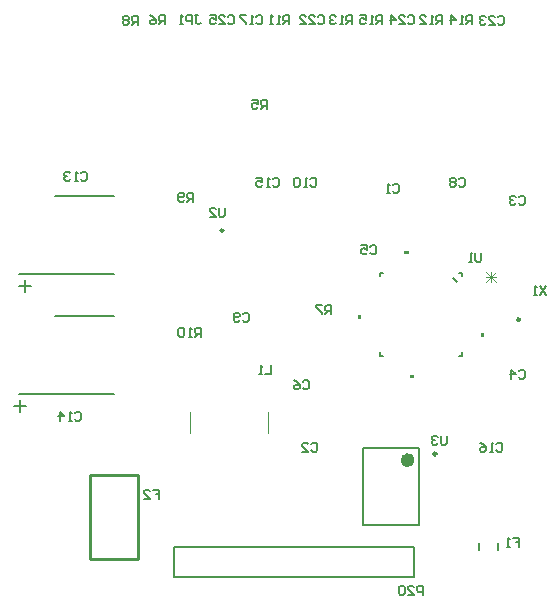
<source format=gbo>
G04*
G04 #@! TF.GenerationSoftware,Altium Limited,Altium Designer,19.1.8 (144)*
G04*
G04 Layer_Color=32896*
%FSLAX25Y25*%
%MOIN*%
G70*
G01*
G75*
%ADD10C,0.00787*%
%ADD11C,0.01000*%
%ADD12C,0.00500*%
%ADD13C,0.00984*%
%ADD14C,0.00600*%
%ADD84C,0.02362*%
%ADD85C,0.00394*%
%ADD86C,0.00300*%
G36*
X117400Y-102734D02*
X116400D01*
Y-104234D01*
X117400D01*
Y-102734D01*
D02*
G37*
G36*
X131829Y-82400D02*
X133329D01*
Y-81400D01*
X131829D01*
Y-82400D01*
D02*
G37*
G36*
X133797Y-122600D02*
X135297D01*
Y-123600D01*
X133797D01*
Y-122600D01*
D02*
G37*
G36*
X157600Y-108640D02*
X158600D01*
Y-110140D01*
X157600D01*
Y-108640D01*
D02*
G37*
D10*
X118051Y-172795D02*
X136949D01*
X118051Y-147205D02*
X136949D01*
X118051Y-172795D02*
Y-147205D01*
X136949Y-172795D02*
Y-147205D01*
X3496Y-128992D02*
X34992D01*
X15504Y-103008D02*
X34992D01*
X3496Y-88992D02*
X34992D01*
X15504Y-63008D02*
X34992D01*
X163150Y-181181D02*
Y-178819D01*
X156850Y-181181D02*
Y-178819D01*
X55000Y-190000D02*
Y-180000D01*
Y-190000D02*
X135000D01*
Y-180000D01*
X55000D02*
X135000D01*
D11*
X27000Y-184000D02*
X36000D01*
X27000D02*
Y-156000D01*
X43000D01*
Y-184000D02*
Y-156000D01*
X36000Y-184000D02*
X43000D01*
D12*
X168001Y-177001D02*
X170000D01*
Y-178500D01*
X169000D01*
X170000D01*
Y-180000D01*
X167001D02*
X166001D01*
X166501D01*
Y-177001D01*
X167001Y-177501D01*
X48001Y-161001D02*
X50000D01*
Y-162501D01*
X49000D01*
X50000D01*
Y-164000D01*
X45002D02*
X47001D01*
X45002Y-162001D01*
Y-161501D01*
X45501Y-161001D01*
X46501D01*
X47001Y-161501D01*
X138000Y-196000D02*
Y-193001D01*
X136501D01*
X136001Y-193501D01*
Y-194501D01*
X136501Y-195000D01*
X138000D01*
X133002Y-196000D02*
X135001D01*
X133002Y-194001D01*
Y-193501D01*
X133501Y-193001D01*
X134501D01*
X135001Y-193501D01*
X132002D02*
X131502Y-193001D01*
X130502D01*
X130003Y-193501D01*
Y-195500D01*
X130502Y-196000D01*
X131502D01*
X132002Y-195500D01*
Y-193501D01*
X87600Y-119501D02*
Y-122500D01*
X85601D01*
X84601D02*
X83601D01*
X84101D01*
Y-119501D01*
X84601Y-120001D01*
X124600Y-5800D02*
Y-2801D01*
X123100D01*
X122601Y-3301D01*
Y-4301D01*
X123100Y-4800D01*
X124600D01*
X123600D02*
X122601Y-5800D01*
X121601D02*
X120601D01*
X121101D01*
Y-2801D01*
X121601Y-3301D01*
X117102Y-2801D02*
X119102D01*
Y-4301D01*
X118102Y-3801D01*
X117602D01*
X117102Y-4301D01*
Y-5300D01*
X117602Y-5800D01*
X118602D01*
X119102Y-5300D01*
X157500Y-82001D02*
Y-84500D01*
X157000Y-85000D01*
X156000D01*
X155501Y-84500D01*
Y-82001D01*
X154501Y-85000D02*
X153501D01*
X154001D01*
Y-82001D01*
X154501Y-82501D01*
X146000Y-143001D02*
Y-145500D01*
X145500Y-146000D01*
X144501D01*
X144001Y-145500D01*
Y-143001D01*
X143001Y-143501D02*
X142501Y-143001D01*
X141501D01*
X141002Y-143501D01*
Y-144001D01*
X141501Y-144501D01*
X142001D01*
X141501D01*
X141002Y-145000D01*
Y-145500D01*
X141501Y-146000D01*
X142501D01*
X143001Y-145500D01*
X179000Y-93001D02*
X177001Y-96000D01*
Y-93001D02*
X179000Y-96000D01*
X176001D02*
X175001D01*
X175501D01*
Y-93001D01*
X176001Y-93501D01*
X22001Y-135501D02*
X22501Y-135001D01*
X23500D01*
X24000Y-135501D01*
Y-137500D01*
X23500Y-138000D01*
X22501D01*
X22001Y-137500D01*
X21001Y-138000D02*
X20001D01*
X20501D01*
Y-135001D01*
X21001Y-135501D01*
X17002Y-138000D02*
Y-135001D01*
X18502Y-136501D01*
X16502D01*
X73101Y-3326D02*
X73601Y-2826D01*
X74600D01*
X75100Y-3326D01*
Y-5325D01*
X74600Y-5825D01*
X73601D01*
X73101Y-5325D01*
X70102Y-5825D02*
X72101D01*
X70102Y-3826D01*
Y-3326D01*
X70601Y-2826D01*
X71601D01*
X72101Y-3326D01*
X67103Y-2826D02*
X69102D01*
Y-4326D01*
X68102Y-3826D01*
X67602D01*
X67103Y-4326D01*
Y-5325D01*
X67602Y-5825D01*
X68602D01*
X69102Y-5325D01*
X72000Y-67001D02*
Y-69500D01*
X71500Y-70000D01*
X70500D01*
X70001Y-69500D01*
Y-67001D01*
X67002Y-70000D02*
X69001D01*
X67002Y-68001D01*
Y-67501D01*
X67501Y-67001D01*
X68501D01*
X69001Y-67501D01*
X24001Y-55501D02*
X24500Y-55001D01*
X25500D01*
X26000Y-55501D01*
Y-57500D01*
X25500Y-58000D01*
X24500D01*
X24001Y-57500D01*
X23001Y-58000D02*
X22001D01*
X22501D01*
Y-55001D01*
X23001Y-55501D01*
X20502D02*
X20002Y-55001D01*
X19002D01*
X18502Y-55501D01*
Y-56001D01*
X19002Y-56501D01*
X19502D01*
X19002D01*
X18502Y-57000D01*
Y-57500D01*
X19002Y-58000D01*
X20002D01*
X20502Y-57500D01*
X154600Y-5825D02*
Y-2826D01*
X153101D01*
X152601Y-3326D01*
Y-4326D01*
X153101Y-4825D01*
X154600D01*
X153600D02*
X152601Y-5825D01*
X151601D02*
X150601D01*
X151101D01*
Y-2826D01*
X151601Y-3326D01*
X147602Y-5825D02*
Y-2826D01*
X149102Y-4326D01*
X147102D01*
X114600Y-5825D02*
Y-2826D01*
X113101D01*
X112601Y-3326D01*
Y-4326D01*
X113101Y-4825D01*
X114600D01*
X113600D02*
X112601Y-5825D01*
X111601D02*
X110601D01*
X111101D01*
Y-2826D01*
X111601Y-3326D01*
X109102D02*
X108602Y-2826D01*
X107602D01*
X107102Y-3326D01*
Y-3826D01*
X107602Y-4326D01*
X108102D01*
X107602D01*
X107102Y-4825D01*
Y-5325D01*
X107602Y-5825D01*
X108602D01*
X109102Y-5325D01*
X144600Y-5825D02*
Y-2826D01*
X143101D01*
X142601Y-3326D01*
Y-4326D01*
X143101Y-4825D01*
X144600D01*
X143600D02*
X142601Y-5825D01*
X141601D02*
X140601D01*
X141101D01*
Y-2826D01*
X141601Y-3326D01*
X137102Y-5825D02*
X139102D01*
X137102Y-3826D01*
Y-3326D01*
X137602Y-2826D01*
X138602D01*
X139102Y-3326D01*
X93600Y-5825D02*
Y-2826D01*
X92101D01*
X91601Y-3326D01*
Y-4326D01*
X92101Y-4825D01*
X93600D01*
X92600D02*
X91601Y-5825D01*
X90601D02*
X89601D01*
X90101D01*
Y-2826D01*
X90601Y-3326D01*
X88102Y-5825D02*
X87102D01*
X87602D01*
Y-2826D01*
X88102Y-3326D01*
X64000Y-110000D02*
Y-107001D01*
X62501D01*
X62001Y-107501D01*
Y-108501D01*
X62501Y-109000D01*
X64000D01*
X63000D02*
X62001Y-110000D01*
X61001D02*
X60001D01*
X60501D01*
Y-107001D01*
X61001Y-107501D01*
X58502D02*
X58002Y-107001D01*
X57002D01*
X56502Y-107501D01*
Y-109500D01*
X57002Y-110000D01*
X58002D01*
X58502Y-109500D01*
Y-107501D01*
X61500Y-65000D02*
Y-62001D01*
X60000D01*
X59501Y-62501D01*
Y-63500D01*
X60000Y-64000D01*
X61500D01*
X60500D02*
X59501Y-65000D01*
X58501Y-64500D02*
X58001Y-65000D01*
X57001D01*
X56502Y-64500D01*
Y-62501D01*
X57001Y-62001D01*
X58001D01*
X58501Y-62501D01*
Y-63001D01*
X58001Y-63500D01*
X56502D01*
X43000Y-6000D02*
Y-3001D01*
X41500D01*
X41001Y-3501D01*
Y-4501D01*
X41500Y-5000D01*
X43000D01*
X42000D02*
X41001Y-6000D01*
X40001Y-3501D02*
X39501Y-3001D01*
X38501D01*
X38002Y-3501D01*
Y-4001D01*
X38501Y-4501D01*
X38002Y-5000D01*
Y-5500D01*
X38501Y-6000D01*
X39501D01*
X40001Y-5500D01*
Y-5000D01*
X39501Y-4501D01*
X40001Y-4001D01*
Y-3501D01*
X39501Y-4501D02*
X38501D01*
X107500Y-102500D02*
Y-99501D01*
X106000D01*
X105501Y-100001D01*
Y-101000D01*
X106000Y-101500D01*
X107500D01*
X106500D02*
X105501Y-102500D01*
X104501Y-99501D02*
X102502D01*
Y-100001D01*
X104501Y-102000D01*
Y-102500D01*
X52100Y-5825D02*
Y-2826D01*
X50600D01*
X50101Y-3326D01*
Y-4326D01*
X50600Y-4825D01*
X52100D01*
X51100D02*
X50101Y-5825D01*
X47102Y-2826D02*
X48101Y-3326D01*
X49101Y-4326D01*
Y-5325D01*
X48601Y-5825D01*
X47601D01*
X47102Y-5325D01*
Y-4825D01*
X47601Y-4326D01*
X49101D01*
X86000Y-34000D02*
Y-31001D01*
X84500D01*
X84001Y-31501D01*
Y-32500D01*
X84500Y-33000D01*
X86000D01*
X85000D02*
X84001Y-34000D01*
X81002Y-31001D02*
X83001D01*
Y-32500D01*
X82001Y-32001D01*
X81501D01*
X81002Y-32500D01*
Y-33500D01*
X81501Y-34000D01*
X82501D01*
X83001Y-33500D01*
X62101Y-2826D02*
X63100D01*
X62600D01*
Y-5325D01*
X63100Y-5825D01*
X63600D01*
X64100Y-5325D01*
X61101Y-5825D02*
Y-2826D01*
X59601D01*
X59102Y-3326D01*
Y-4326D01*
X59601Y-4825D01*
X61101D01*
X58102Y-5825D02*
X57102D01*
X57602D01*
Y-2826D01*
X58102Y-3326D01*
X133101Y-3301D02*
X133600Y-2801D01*
X134600D01*
X135100Y-3301D01*
Y-5300D01*
X134600Y-5800D01*
X133600D01*
X133101Y-5300D01*
X130102Y-5800D02*
X132101D01*
X130102Y-3801D01*
Y-3301D01*
X130602Y-2801D01*
X131601D01*
X132101Y-3301D01*
X127602Y-5800D02*
Y-2801D01*
X129102Y-4301D01*
X127103D01*
X163001Y-3501D02*
X163500Y-3001D01*
X164500D01*
X165000Y-3501D01*
Y-5500D01*
X164500Y-6000D01*
X163500D01*
X163001Y-5500D01*
X160002Y-6000D02*
X162001D01*
X160002Y-4001D01*
Y-3501D01*
X160501Y-3001D01*
X161501D01*
X162001Y-3501D01*
X159002D02*
X158502Y-3001D01*
X157502D01*
X157003Y-3501D01*
Y-4001D01*
X157502Y-4501D01*
X158002D01*
X157502D01*
X157003Y-5000D01*
Y-5500D01*
X157502Y-6000D01*
X158502D01*
X159002Y-5500D01*
X103101Y-3301D02*
X103601Y-2801D01*
X104600D01*
X105100Y-3301D01*
Y-5300D01*
X104600Y-5800D01*
X103601D01*
X103101Y-5300D01*
X100102Y-5800D02*
X102101D01*
X100102Y-3801D01*
Y-3301D01*
X100601Y-2801D01*
X101601D01*
X102101Y-3301D01*
X97103Y-5800D02*
X99102D01*
X97103Y-3801D01*
Y-3301D01*
X97602Y-2801D01*
X98602D01*
X99102Y-3301D01*
X82601Y-3286D02*
X83100Y-2786D01*
X84100D01*
X84600Y-3286D01*
Y-5285D01*
X84100Y-5785D01*
X83100D01*
X82601Y-5285D01*
X81601Y-5785D02*
X80601D01*
X81101D01*
Y-2786D01*
X81601Y-3286D01*
X79102Y-2786D02*
X77102D01*
Y-3286D01*
X79102Y-5285D01*
Y-5785D01*
X162601Y-145826D02*
X163101Y-145326D01*
X164100D01*
X164600Y-145826D01*
Y-147825D01*
X164100Y-148325D01*
X163101D01*
X162601Y-147825D01*
X161601Y-148325D02*
X160601D01*
X161101D01*
Y-145326D01*
X161601Y-145826D01*
X157102Y-145326D02*
X158102Y-145826D01*
X159102Y-146826D01*
Y-147825D01*
X158602Y-148325D01*
X157602D01*
X157102Y-147825D01*
Y-147325D01*
X157602Y-146826D01*
X159102D01*
X88001Y-57501D02*
X88500Y-57001D01*
X89500D01*
X90000Y-57501D01*
Y-59500D01*
X89500Y-60000D01*
X88500D01*
X88001Y-59500D01*
X87001Y-60000D02*
X86001D01*
X86501D01*
Y-57001D01*
X87001Y-57501D01*
X82502Y-57001D02*
X84502D01*
Y-58500D01*
X83502Y-58001D01*
X83002D01*
X82502Y-58500D01*
Y-59500D01*
X83002Y-60000D01*
X84002D01*
X84502Y-59500D01*
X100501Y-57501D02*
X101000Y-57001D01*
X102000D01*
X102500Y-57501D01*
Y-59500D01*
X102000Y-60000D01*
X101000D01*
X100501Y-59500D01*
X99501Y-60000D02*
X98501D01*
X99001D01*
Y-57001D01*
X99501Y-57501D01*
X97002D02*
X96502Y-57001D01*
X95502D01*
X95002Y-57501D01*
Y-59500D01*
X95502Y-60000D01*
X96502D01*
X97002Y-59500D01*
Y-57501D01*
X78001Y-102501D02*
X78500Y-102001D01*
X79500D01*
X80000Y-102501D01*
Y-104500D01*
X79500Y-105000D01*
X78500D01*
X78001Y-104500D01*
X77001D02*
X76501Y-105000D01*
X75501D01*
X75002Y-104500D01*
Y-102501D01*
X75501Y-102001D01*
X76501D01*
X77001Y-102501D01*
Y-103001D01*
X76501Y-103500D01*
X75002D01*
X150001Y-57501D02*
X150501Y-57001D01*
X151500D01*
X152000Y-57501D01*
Y-59500D01*
X151500Y-60000D01*
X150501D01*
X150001Y-59500D01*
X149001Y-57501D02*
X148501Y-57001D01*
X147501D01*
X147002Y-57501D01*
Y-58001D01*
X147501Y-58500D01*
X147002Y-59000D01*
Y-59500D01*
X147501Y-60000D01*
X148501D01*
X149001Y-59500D01*
Y-59000D01*
X148501Y-58500D01*
X149001Y-58001D01*
Y-57501D01*
X148501Y-58500D02*
X147501D01*
X98001Y-125001D02*
X98501Y-124501D01*
X99500D01*
X100000Y-125001D01*
Y-127000D01*
X99500Y-127500D01*
X98501D01*
X98001Y-127000D01*
X95002Y-124501D02*
X96001Y-125001D01*
X97001Y-126000D01*
Y-127000D01*
X96501Y-127500D01*
X95501D01*
X95002Y-127000D01*
Y-126500D01*
X95501Y-126000D01*
X97001D01*
X120501Y-80001D02*
X121001Y-79501D01*
X122000D01*
X122500Y-80001D01*
Y-82000D01*
X122000Y-82500D01*
X121001D01*
X120501Y-82000D01*
X117502Y-79501D02*
X119501D01*
Y-81001D01*
X118501Y-80501D01*
X118001D01*
X117502Y-81001D01*
Y-82000D01*
X118001Y-82500D01*
X119001D01*
X119501Y-82000D01*
X170001Y-121501D02*
X170501Y-121001D01*
X171500D01*
X172000Y-121501D01*
Y-123500D01*
X171500Y-124000D01*
X170501D01*
X170001Y-123500D01*
X167501Y-124000D02*
Y-121001D01*
X169001Y-122501D01*
X167002D01*
X170001Y-63501D02*
X170501Y-63001D01*
X171500D01*
X172000Y-63501D01*
Y-65500D01*
X171500Y-66000D01*
X170501D01*
X170001Y-65500D01*
X169001Y-63501D02*
X168501Y-63001D01*
X167501D01*
X167002Y-63501D01*
Y-64001D01*
X167501Y-64500D01*
X168001D01*
X167501D01*
X167002Y-65000D01*
Y-65500D01*
X167501Y-66000D01*
X168501D01*
X169001Y-65500D01*
X100901Y-145826D02*
X101400Y-145326D01*
X102400D01*
X102900Y-145826D01*
Y-147825D01*
X102400Y-148325D01*
X101400D01*
X100901Y-147825D01*
X97902Y-148325D02*
X99901D01*
X97902Y-146326D01*
Y-145826D01*
X98401Y-145326D01*
X99401D01*
X99901Y-145826D01*
X128001Y-59501D02*
X128500Y-59001D01*
X129500D01*
X130000Y-59501D01*
Y-61500D01*
X129500Y-62000D01*
X128500D01*
X128001Y-61500D01*
X127001Y-62000D02*
X126001D01*
X126501D01*
Y-59001D01*
X127001Y-59501D01*
D13*
X142657Y-149075D02*
G03*
X142657Y-149075I-492J0D01*
G01*
X71634Y-74583D02*
G03*
X71634Y-74583I-492J0D01*
G01*
X170492Y-104252D02*
G03*
X170492Y-104252I-492J0D01*
G01*
D14*
X123700Y-89813D02*
Y-88700D01*
Y-116300D02*
X124813D01*
X151300D02*
Y-115187D01*
Y-89813D02*
Y-88700D01*
X123700D02*
X124813D01*
X123700Y-116300D02*
Y-115187D01*
X150187Y-116300D02*
X151300D01*
X148110Y-90510D02*
X149490Y-91890D01*
X150187Y-88700D02*
X151300D01*
X1900Y-133101D02*
X5899D01*
X3899Y-131101D02*
Y-135100D01*
X3500Y-93001D02*
X7499D01*
X5499Y-91001D02*
Y-95000D01*
D84*
X134193Y-151142D02*
G03*
X134193Y-151142I-1181J0D01*
G01*
D85*
X60608Y-142043D02*
Y-134957D01*
X86592Y-142043D02*
Y-134957D01*
D86*
X162500Y-88335D02*
X159168Y-91667D01*
X162500D02*
X159168Y-88335D01*
X162500Y-90001D02*
X159168D01*
X160834Y-91667D02*
Y-88335D01*
M02*

</source>
